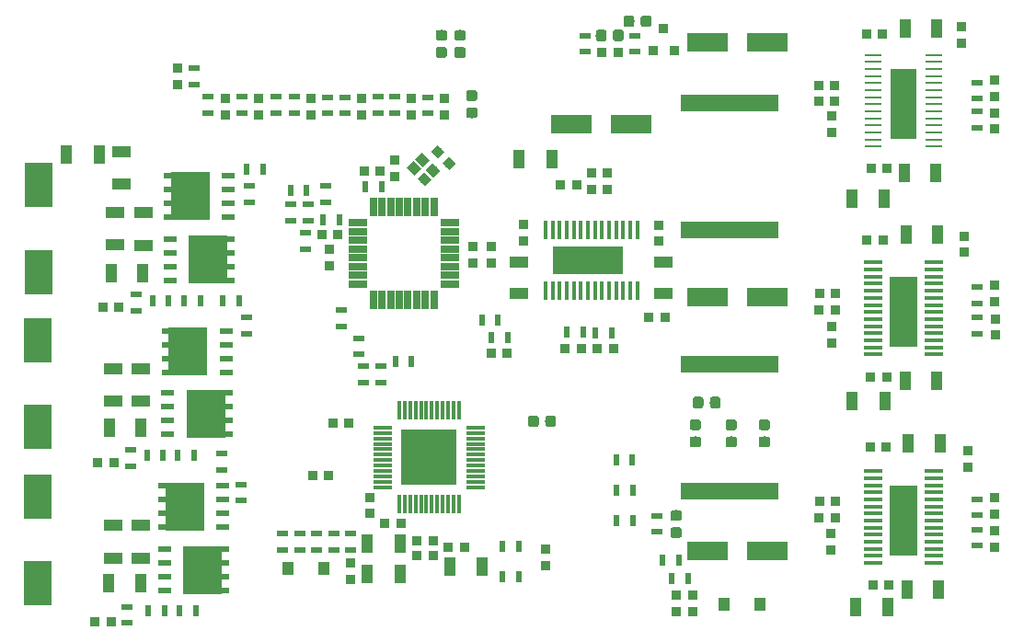
<source format=gtp>
G04 #@! TF.GenerationSoftware,KiCad,Pcbnew,(5.1.0-0)*
G04 #@! TF.CreationDate,2019-11-06T17:14:08-05:00*
G04 #@! TF.ProjectId,GrBLDC,4772424c-4443-42e6-9b69-6361645f7063,rev?*
G04 #@! TF.SameCoordinates,PX5a7646cPY8128a60*
G04 #@! TF.FileFunction,Paste,Top*
G04 #@! TF.FilePolarity,Positive*
%FSLAX46Y46*%
G04 Gerber Fmt 4.6, Leading zero omitted, Abs format (unit mm)*
G04 Created by KiCad (PCBNEW (5.1.0-0)) date 2019-11-06 17:14:08*
%MOMM*%
%LPD*%
G04 APERTURE LIST*
%ADD10R,1.701600X0.401600*%
%ADD11R,2.501600X6.561600*%
%ADD12R,0.851600X0.901600*%
%ADD13R,9.101600X1.501600*%
%ADD14C,0.150000*%
%ADD15C,0.976600*%
%ADD16R,1.701600X1.101600*%
%ADD17R,0.901600X0.851600*%
%ADD18R,1.101600X1.701600*%
%ADD19R,2.501900X4.102100*%
%ADD20R,0.601600X1.001600*%
%ADD21R,1.001600X0.601600*%
%ADD22R,1.549200X0.249200*%
%ADD23R,2.349200X6.409200*%
%ADD24R,0.401600X1.701600*%
%ADD25R,6.561600X2.501600*%
%ADD26R,1.181600X0.551600*%
%ADD27R,0.751600X0.551600*%
%ADD28R,3.641600X4.361600*%
%ADD29R,1.001600X1.801600*%
%ADD30R,3.700780X1.701800*%
%ADD31R,1.701600X0.651600*%
%ADD32R,0.651600X1.701600*%
%ADD33C,0.901600*%
%ADD34C,0.851600*%
%ADD35R,0.901700X0.901700*%
%ADD36R,1.801600X1.001600*%
%ADD37R,0.401600X1.801600*%
%ADD38R,1.801600X0.401600*%
%ADD39R,5.101600X5.101600*%
%ADD40R,1.001600X1.301600*%
G04 APERTURE END LIST*
D10*
X88730900Y30175200D03*
X88730900Y30825200D03*
X88730900Y31475200D03*
X88730900Y32125200D03*
X83130900Y28225200D03*
X88730900Y28225200D03*
X88730900Y28875200D03*
X88730900Y29525200D03*
X83130900Y32775200D03*
X83130900Y32125200D03*
X83130900Y31475200D03*
X83130900Y30825200D03*
X83130900Y30175200D03*
X83130900Y29525200D03*
X88730900Y32775200D03*
X83130900Y28875200D03*
X88730900Y27575200D03*
X88730900Y33425200D03*
X83130900Y33425200D03*
X83130900Y27575200D03*
X88730900Y26925200D03*
X88730900Y34075200D03*
X83130900Y34075200D03*
X83130900Y26925200D03*
X88730900Y26275200D03*
X88730900Y34725200D03*
X83130900Y34725200D03*
X83130900Y26275200D03*
D11*
X85930900Y30175200D03*
D12*
X43688000Y49797400D03*
X43688000Y48297400D03*
D13*
X69976500Y25349500D03*
X69976500Y13639500D03*
D12*
X53030000Y8360000D03*
X53030000Y6860000D03*
D14*
G36*
X73457581Y20280124D02*
G01*
X73481281Y20276609D01*
X73504523Y20270787D01*
X73527082Y20262715D01*
X73548742Y20252471D01*
X73569292Y20240153D01*
X73588537Y20225881D01*
X73606290Y20209790D01*
X73622381Y20192037D01*
X73636653Y20172792D01*
X73648971Y20152242D01*
X73659215Y20130582D01*
X73667287Y20108023D01*
X73673109Y20084781D01*
X73676624Y20061081D01*
X73677800Y20037150D01*
X73677800Y19548850D01*
X73676624Y19524919D01*
X73673109Y19501219D01*
X73667287Y19477977D01*
X73659215Y19455418D01*
X73648971Y19433758D01*
X73636653Y19413208D01*
X73622381Y19393963D01*
X73606290Y19376210D01*
X73588537Y19360119D01*
X73569292Y19345847D01*
X73548742Y19333529D01*
X73527082Y19323285D01*
X73504523Y19315213D01*
X73481281Y19309391D01*
X73457581Y19305876D01*
X73433650Y19304700D01*
X72870350Y19304700D01*
X72846419Y19305876D01*
X72822719Y19309391D01*
X72799477Y19315213D01*
X72776918Y19323285D01*
X72755258Y19333529D01*
X72734708Y19345847D01*
X72715463Y19360119D01*
X72697710Y19376210D01*
X72681619Y19393963D01*
X72667347Y19413208D01*
X72655029Y19433758D01*
X72644785Y19455418D01*
X72636713Y19477977D01*
X72630891Y19501219D01*
X72627376Y19524919D01*
X72626200Y19548850D01*
X72626200Y20037150D01*
X72627376Y20061081D01*
X72630891Y20084781D01*
X72636713Y20108023D01*
X72644785Y20130582D01*
X72655029Y20152242D01*
X72667347Y20172792D01*
X72681619Y20192037D01*
X72697710Y20209790D01*
X72715463Y20225881D01*
X72734708Y20240153D01*
X72755258Y20252471D01*
X72776918Y20262715D01*
X72799477Y20270787D01*
X72822719Y20276609D01*
X72846419Y20280124D01*
X72870350Y20281300D01*
X73433650Y20281300D01*
X73457581Y20280124D01*
X73457581Y20280124D01*
G37*
D15*
X73152000Y19793000D03*
D14*
G36*
X73457581Y18705124D02*
G01*
X73481281Y18701609D01*
X73504523Y18695787D01*
X73527082Y18687715D01*
X73548742Y18677471D01*
X73569292Y18665153D01*
X73588537Y18650881D01*
X73606290Y18634790D01*
X73622381Y18617037D01*
X73636653Y18597792D01*
X73648971Y18577242D01*
X73659215Y18555582D01*
X73667287Y18533023D01*
X73673109Y18509781D01*
X73676624Y18486081D01*
X73677800Y18462150D01*
X73677800Y17973850D01*
X73676624Y17949919D01*
X73673109Y17926219D01*
X73667287Y17902977D01*
X73659215Y17880418D01*
X73648971Y17858758D01*
X73636653Y17838208D01*
X73622381Y17818963D01*
X73606290Y17801210D01*
X73588537Y17785119D01*
X73569292Y17770847D01*
X73548742Y17758529D01*
X73527082Y17748285D01*
X73504523Y17740213D01*
X73481281Y17734391D01*
X73457581Y17730876D01*
X73433650Y17729700D01*
X72870350Y17729700D01*
X72846419Y17730876D01*
X72822719Y17734391D01*
X72799477Y17740213D01*
X72776918Y17748285D01*
X72755258Y17758529D01*
X72734708Y17770847D01*
X72715463Y17785119D01*
X72697710Y17801210D01*
X72681619Y17818963D01*
X72667347Y17838208D01*
X72655029Y17858758D01*
X72644785Y17880418D01*
X72636713Y17902977D01*
X72630891Y17926219D01*
X72627376Y17949919D01*
X72626200Y17973850D01*
X72626200Y18462150D01*
X72627376Y18486081D01*
X72630891Y18509781D01*
X72636713Y18533023D01*
X72644785Y18555582D01*
X72655029Y18577242D01*
X72667347Y18597792D01*
X72681619Y18617037D01*
X72697710Y18634790D01*
X72715463Y18650881D01*
X72734708Y18665153D01*
X72755258Y18677471D01*
X72776918Y18687715D01*
X72799477Y18695787D01*
X72822719Y18701609D01*
X72846419Y18705124D01*
X72870350Y18706300D01*
X73433650Y18706300D01*
X73457581Y18705124D01*
X73457581Y18705124D01*
G37*
D15*
X73152000Y18218000D03*
D14*
G36*
X70409581Y20272624D02*
G01*
X70433281Y20269109D01*
X70456523Y20263287D01*
X70479082Y20255215D01*
X70500742Y20244971D01*
X70521292Y20232653D01*
X70540537Y20218381D01*
X70558290Y20202290D01*
X70574381Y20184537D01*
X70588653Y20165292D01*
X70600971Y20144742D01*
X70611215Y20123082D01*
X70619287Y20100523D01*
X70625109Y20077281D01*
X70628624Y20053581D01*
X70629800Y20029650D01*
X70629800Y19541350D01*
X70628624Y19517419D01*
X70625109Y19493719D01*
X70619287Y19470477D01*
X70611215Y19447918D01*
X70600971Y19426258D01*
X70588653Y19405708D01*
X70574381Y19386463D01*
X70558290Y19368710D01*
X70540537Y19352619D01*
X70521292Y19338347D01*
X70500742Y19326029D01*
X70479082Y19315785D01*
X70456523Y19307713D01*
X70433281Y19301891D01*
X70409581Y19298376D01*
X70385650Y19297200D01*
X69822350Y19297200D01*
X69798419Y19298376D01*
X69774719Y19301891D01*
X69751477Y19307713D01*
X69728918Y19315785D01*
X69707258Y19326029D01*
X69686708Y19338347D01*
X69667463Y19352619D01*
X69649710Y19368710D01*
X69633619Y19386463D01*
X69619347Y19405708D01*
X69607029Y19426258D01*
X69596785Y19447918D01*
X69588713Y19470477D01*
X69582891Y19493719D01*
X69579376Y19517419D01*
X69578200Y19541350D01*
X69578200Y20029650D01*
X69579376Y20053581D01*
X69582891Y20077281D01*
X69588713Y20100523D01*
X69596785Y20123082D01*
X69607029Y20144742D01*
X69619347Y20165292D01*
X69633619Y20184537D01*
X69649710Y20202290D01*
X69667463Y20218381D01*
X69686708Y20232653D01*
X69707258Y20244971D01*
X69728918Y20255215D01*
X69751477Y20263287D01*
X69774719Y20269109D01*
X69798419Y20272624D01*
X69822350Y20273800D01*
X70385650Y20273800D01*
X70409581Y20272624D01*
X70409581Y20272624D01*
G37*
D15*
X70104000Y19785500D03*
D14*
G36*
X70409581Y18697624D02*
G01*
X70433281Y18694109D01*
X70456523Y18688287D01*
X70479082Y18680215D01*
X70500742Y18669971D01*
X70521292Y18657653D01*
X70540537Y18643381D01*
X70558290Y18627290D01*
X70574381Y18609537D01*
X70588653Y18590292D01*
X70600971Y18569742D01*
X70611215Y18548082D01*
X70619287Y18525523D01*
X70625109Y18502281D01*
X70628624Y18478581D01*
X70629800Y18454650D01*
X70629800Y17966350D01*
X70628624Y17942419D01*
X70625109Y17918719D01*
X70619287Y17895477D01*
X70611215Y17872918D01*
X70600971Y17851258D01*
X70588653Y17830708D01*
X70574381Y17811463D01*
X70558290Y17793710D01*
X70540537Y17777619D01*
X70521292Y17763347D01*
X70500742Y17751029D01*
X70479082Y17740785D01*
X70456523Y17732713D01*
X70433281Y17726891D01*
X70409581Y17723376D01*
X70385650Y17722200D01*
X69822350Y17722200D01*
X69798419Y17723376D01*
X69774719Y17726891D01*
X69751477Y17732713D01*
X69728918Y17740785D01*
X69707258Y17751029D01*
X69686708Y17763347D01*
X69667463Y17777619D01*
X69649710Y17793710D01*
X69633619Y17811463D01*
X69619347Y17830708D01*
X69607029Y17851258D01*
X69596785Y17872918D01*
X69588713Y17895477D01*
X69582891Y17918719D01*
X69579376Y17942419D01*
X69578200Y17966350D01*
X69578200Y18454650D01*
X69579376Y18478581D01*
X69582891Y18502281D01*
X69588713Y18525523D01*
X69596785Y18548082D01*
X69607029Y18569742D01*
X69619347Y18590292D01*
X69633619Y18609537D01*
X69649710Y18627290D01*
X69667463Y18643381D01*
X69686708Y18657653D01*
X69707258Y18669971D01*
X69728918Y18680215D01*
X69751477Y18688287D01*
X69774719Y18694109D01*
X69798419Y18697624D01*
X69822350Y18698800D01*
X70385650Y18698800D01*
X70409581Y18697624D01*
X70409581Y18697624D01*
G37*
D15*
X70104000Y18210500D03*
D14*
G36*
X67107581Y18705124D02*
G01*
X67131281Y18701609D01*
X67154523Y18695787D01*
X67177082Y18687715D01*
X67198742Y18677471D01*
X67219292Y18665153D01*
X67238537Y18650881D01*
X67256290Y18634790D01*
X67272381Y18617037D01*
X67286653Y18597792D01*
X67298971Y18577242D01*
X67309215Y18555582D01*
X67317287Y18533023D01*
X67323109Y18509781D01*
X67326624Y18486081D01*
X67327800Y18462150D01*
X67327800Y17973850D01*
X67326624Y17949919D01*
X67323109Y17926219D01*
X67317287Y17902977D01*
X67309215Y17880418D01*
X67298971Y17858758D01*
X67286653Y17838208D01*
X67272381Y17818963D01*
X67256290Y17801210D01*
X67238537Y17785119D01*
X67219292Y17770847D01*
X67198742Y17758529D01*
X67177082Y17748285D01*
X67154523Y17740213D01*
X67131281Y17734391D01*
X67107581Y17730876D01*
X67083650Y17729700D01*
X66520350Y17729700D01*
X66496419Y17730876D01*
X66472719Y17734391D01*
X66449477Y17740213D01*
X66426918Y17748285D01*
X66405258Y17758529D01*
X66384708Y17770847D01*
X66365463Y17785119D01*
X66347710Y17801210D01*
X66331619Y17818963D01*
X66317347Y17838208D01*
X66305029Y17858758D01*
X66294785Y17880418D01*
X66286713Y17902977D01*
X66280891Y17926219D01*
X66277376Y17949919D01*
X66276200Y17973850D01*
X66276200Y18462150D01*
X66277376Y18486081D01*
X66280891Y18509781D01*
X66286713Y18533023D01*
X66294785Y18555582D01*
X66305029Y18577242D01*
X66317347Y18597792D01*
X66331619Y18617037D01*
X66347710Y18634790D01*
X66365463Y18650881D01*
X66384708Y18665153D01*
X66405258Y18677471D01*
X66426918Y18687715D01*
X66449477Y18695787D01*
X66472719Y18701609D01*
X66496419Y18705124D01*
X66520350Y18706300D01*
X67083650Y18706300D01*
X67107581Y18705124D01*
X67107581Y18705124D01*
G37*
D15*
X66802000Y18218000D03*
D14*
G36*
X67107581Y20280124D02*
G01*
X67131281Y20276609D01*
X67154523Y20270787D01*
X67177082Y20262715D01*
X67198742Y20252471D01*
X67219292Y20240153D01*
X67238537Y20225881D01*
X67256290Y20209790D01*
X67272381Y20192037D01*
X67286653Y20172792D01*
X67298971Y20152242D01*
X67309215Y20130582D01*
X67317287Y20108023D01*
X67323109Y20084781D01*
X67326624Y20061081D01*
X67327800Y20037150D01*
X67327800Y19548850D01*
X67326624Y19524919D01*
X67323109Y19501219D01*
X67317287Y19477977D01*
X67309215Y19455418D01*
X67298971Y19433758D01*
X67286653Y19413208D01*
X67272381Y19393963D01*
X67256290Y19376210D01*
X67238537Y19360119D01*
X67219292Y19345847D01*
X67198742Y19333529D01*
X67177082Y19323285D01*
X67154523Y19315213D01*
X67131281Y19309391D01*
X67107581Y19305876D01*
X67083650Y19304700D01*
X66520350Y19304700D01*
X66496419Y19305876D01*
X66472719Y19309391D01*
X66449477Y19315213D01*
X66426918Y19323285D01*
X66405258Y19333529D01*
X66384708Y19345847D01*
X66365463Y19360119D01*
X66347710Y19376210D01*
X66331619Y19393963D01*
X66317347Y19413208D01*
X66305029Y19433758D01*
X66294785Y19455418D01*
X66286713Y19477977D01*
X66280891Y19501219D01*
X66277376Y19524919D01*
X66276200Y19548850D01*
X66276200Y20037150D01*
X66277376Y20061081D01*
X66280891Y20084781D01*
X66286713Y20108023D01*
X66294785Y20130582D01*
X66305029Y20152242D01*
X66317347Y20172792D01*
X66331619Y20192037D01*
X66347710Y20209790D01*
X66365463Y20225881D01*
X66384708Y20240153D01*
X66405258Y20252471D01*
X66426918Y20262715D01*
X66449477Y20270787D01*
X66472719Y20276609D01*
X66496419Y20280124D01*
X66520350Y20281300D01*
X67083650Y20281300D01*
X67107581Y20280124D01*
X67107581Y20280124D01*
G37*
D15*
X66802000Y19793000D03*
D12*
X35110000Y5540000D03*
X35110000Y7040000D03*
D16*
X13271500Y24969600D03*
X13271500Y21969600D03*
D17*
X41160000Y7747000D03*
X42660000Y7747000D03*
X49500000Y26340000D03*
X48000000Y26340000D03*
D12*
X91300300Y54952200D03*
X91300300Y56452200D03*
X91528900Y35660900D03*
X91528900Y37160900D03*
X91871800Y15912400D03*
X91871800Y17412400D03*
D17*
X62539180Y29654500D03*
X64039180Y29654500D03*
D12*
X94315280Y46999460D03*
X94315280Y48499460D03*
X94404180Y28053600D03*
X94404180Y29553600D03*
X94338140Y8541320D03*
X94338140Y10041320D03*
D17*
X54830280Y26771600D03*
X56330280Y26771600D03*
D12*
X94315280Y51496660D03*
X94315280Y49996660D03*
X94378780Y32627000D03*
X94378780Y31127000D03*
X94338140Y13102020D03*
X94338140Y11602020D03*
D17*
X59302080Y26771600D03*
X57802080Y26771600D03*
X79629700Y51041300D03*
X78129700Y51041300D03*
X79713520Y31884620D03*
X78213520Y31884620D03*
X79721140Y12786360D03*
X78221140Y12786360D03*
D12*
X58717180Y41477500D03*
X58717180Y42977500D03*
D17*
X79642400Y49618900D03*
X78142400Y49618900D03*
D12*
X79324200Y48184500D03*
X79324200Y46684500D03*
D17*
X79700820Y30360620D03*
X78200820Y30360620D03*
D12*
X79395320Y28850020D03*
X79395320Y27350020D03*
D17*
X79708440Y11198860D03*
X78208440Y11198860D03*
D12*
X79291180Y9767000D03*
X79291180Y8267000D03*
X57269380Y41477500D03*
X57269380Y42977500D03*
D17*
X55885780Y41871900D03*
X54385780Y41871900D03*
X82536600Y55778400D03*
X84036600Y55778400D03*
X82920140Y24218900D03*
X84420140Y24218900D03*
X82892200Y17716500D03*
X84392200Y17716500D03*
D12*
X51033680Y38215000D03*
X51033680Y36715000D03*
X36080700Y49810100D03*
X36080700Y48310100D03*
X26631900Y49822800D03*
X26631900Y48322800D03*
X40690800Y49822800D03*
X40690800Y48322800D03*
X31450000Y49820000D03*
X31450000Y48320000D03*
X23558500Y48322800D03*
X23558500Y49822800D03*
D17*
X82574700Y36804600D03*
X84074700Y36804600D03*
X83146200Y5016500D03*
X84646200Y5016500D03*
D12*
X63466980Y38176900D03*
X63466980Y36676900D03*
D17*
X39741540Y10749280D03*
X38241540Y10749280D03*
D18*
X39638100Y8859520D03*
X36638100Y8859520D03*
D12*
X36890000Y13120000D03*
X36890000Y11620000D03*
D17*
X33430000Y19930000D03*
X34930000Y19930000D03*
X33070000Y15150000D03*
X31570000Y15150000D03*
D12*
X65020000Y2620000D03*
X65020000Y4120000D03*
D18*
X36640000Y6050000D03*
X39640000Y6050000D03*
D12*
X66560000Y2630000D03*
X66560000Y4130000D03*
D19*
X6362700Y41846500D03*
X6362700Y33845500D03*
D18*
X81258280Y21996400D03*
X84258280Y21996400D03*
D16*
X15760700Y24969600D03*
X15760700Y21969600D03*
X13220700Y10542400D03*
X13220700Y7542400D03*
D19*
X6311900Y27571700D03*
X6311900Y19570700D03*
D16*
X16014700Y39295200D03*
X16014700Y36295200D03*
X13373100Y39346000D03*
X13373100Y36346000D03*
D19*
X6311900Y13195300D03*
X6311900Y5194300D03*
D18*
X50587780Y44234100D03*
X53587780Y44234100D03*
D16*
X15760700Y10542400D03*
X15760700Y7542400D03*
D17*
X82968400Y43370500D03*
X84468400Y43370500D03*
X59678000Y54102000D03*
X58178000Y54102000D03*
X41160000Y9144000D03*
X42660000Y9144000D03*
D20*
X47140000Y29390000D03*
X48640000Y29390000D03*
X49510000Y27850000D03*
X48010000Y27850000D03*
D21*
X92692220Y47141700D03*
X92692220Y48641700D03*
X92753180Y28180600D03*
X92753180Y29680600D03*
X92710000Y8655620D03*
X92710000Y10155620D03*
D20*
X54976330Y28301950D03*
X56476330Y28301950D03*
D21*
X92692220Y51296000D03*
X92692220Y49796000D03*
X92765880Y32474600D03*
X92765880Y30974600D03*
X92710000Y12959780D03*
X92710000Y11459780D03*
D20*
X59136980Y28282900D03*
X57636980Y28282900D03*
D21*
X61214000Y54114000D03*
X61214000Y55614000D03*
X56642000Y55614000D03*
X56642000Y54114000D03*
X32994600Y48437100D03*
X32994600Y49937100D03*
X42202100Y48449800D03*
X42202100Y49949800D03*
X34607500Y48449800D03*
X34607500Y49949800D03*
X25082500Y48475200D03*
X25082500Y49975200D03*
D20*
X61020000Y16520000D03*
X59520000Y16520000D03*
D21*
X39179500Y49975200D03*
X39179500Y48475200D03*
X29883100Y49975200D03*
X29883100Y48475200D03*
X21932900Y50000600D03*
X21932900Y48500600D03*
D20*
X61032000Y13726000D03*
X59532000Y13726000D03*
X61044000Y10932000D03*
X59544000Y10932000D03*
D21*
X37579300Y49975200D03*
X37579300Y48475200D03*
X28257500Y49975200D03*
X28257500Y48475200D03*
X20700000Y51130000D03*
X20700000Y52630000D03*
X23253700Y17133000D03*
X23253700Y15633000D03*
X25010000Y12800000D03*
X25010000Y14300000D03*
D20*
X20828700Y2641600D03*
X19328700Y2641600D03*
X64640000Y5660000D03*
X66140000Y5660000D03*
X17983900Y2641600D03*
X16483900Y2641600D03*
X23316500Y31191200D03*
X24816500Y31191200D03*
D21*
X25539700Y28155200D03*
X25539700Y29655200D03*
D20*
X20676300Y17018000D03*
X19176300Y17018000D03*
X21285900Y31242000D03*
X19785900Y31242000D03*
X27013600Y43294300D03*
X25513600Y43294300D03*
D21*
X25793700Y40258300D03*
X25793700Y41758300D03*
D20*
X17831500Y17018000D03*
X16331500Y17018000D03*
X18339500Y31242000D03*
X16839500Y31242000D03*
X65290000Y7340000D03*
X63790000Y7340000D03*
D21*
X63246000Y9930000D03*
X63246000Y11430000D03*
D22*
X88728200Y49301400D03*
X88728200Y49951400D03*
X88728200Y50601400D03*
X88728200Y51251400D03*
X83128200Y47351400D03*
X88728200Y47351400D03*
X88728200Y48001400D03*
X88728200Y48651400D03*
X83128200Y51901400D03*
X83128200Y51251400D03*
X83128200Y50601400D03*
X83128200Y49951400D03*
X83128200Y49301400D03*
X83128200Y48651400D03*
X88728200Y51901400D03*
X83128200Y48001400D03*
X88728200Y46701400D03*
X88728200Y52551400D03*
X83128200Y52551400D03*
X83128200Y46701400D03*
X88728200Y46051400D03*
X88728200Y53201400D03*
X83128200Y53201400D03*
X83128200Y46051400D03*
X88728200Y45401400D03*
X88728200Y53851400D03*
X83128200Y53851400D03*
X83128200Y45401400D03*
D23*
X85928200Y49301400D03*
D10*
X88725800Y10972800D03*
X88725800Y11622800D03*
X88725800Y12272800D03*
X88725800Y12922800D03*
X83125800Y9022800D03*
X88725800Y9022800D03*
X88725800Y9672800D03*
X88725800Y10322800D03*
X83125800Y13572800D03*
X83125800Y12922800D03*
X83125800Y12272800D03*
X83125800Y11622800D03*
X83125800Y10972800D03*
X83125800Y10322800D03*
X88725800Y13572800D03*
X83125800Y9672800D03*
X88725800Y8372800D03*
X88725800Y14222800D03*
X83125800Y14222800D03*
X83125800Y8372800D03*
X88725800Y7722800D03*
X88725800Y14872800D03*
X83125800Y14872800D03*
X83125800Y7722800D03*
X88725800Y7072800D03*
X88725800Y15522800D03*
X83125800Y15522800D03*
X83125800Y7072800D03*
D11*
X85925800Y10972800D03*
D24*
X56913780Y32163100D03*
X57563780Y32163100D03*
X58213780Y32163100D03*
X58863780Y32163100D03*
X54963780Y37763100D03*
X54963780Y32163100D03*
X55613780Y32163100D03*
X56263780Y32163100D03*
X59513780Y37763100D03*
X58863780Y37763100D03*
X58213780Y37763100D03*
X57563780Y37763100D03*
X56913780Y37763100D03*
X56263780Y37763100D03*
X59513780Y32163100D03*
X55613780Y37763100D03*
X54313780Y32163100D03*
X60163780Y32163100D03*
X60163780Y37763100D03*
X54313780Y37763100D03*
X53663780Y32163100D03*
X60813780Y32163100D03*
X60813780Y37763100D03*
X53663780Y37763100D03*
X53013780Y32163100D03*
X61463780Y32163100D03*
X61463780Y37763100D03*
X53013780Y37763100D03*
D25*
X56913780Y34963100D03*
D26*
X23339100Y10337800D03*
X23339100Y11607800D03*
X23339100Y12877800D03*
D27*
X17699100Y11607800D03*
X17699100Y12877800D03*
X17699100Y14147800D03*
D26*
X23339100Y14147800D03*
D28*
X19794100Y12242800D03*
D27*
X17699100Y10337800D03*
D26*
X17935900Y8305800D03*
X17935900Y7035800D03*
X17935900Y5765800D03*
D27*
X23575900Y7035800D03*
X23575900Y5765800D03*
X23575900Y4495800D03*
D26*
X17935900Y4495800D03*
D28*
X21480900Y6400800D03*
D27*
X23575900Y8305800D03*
D26*
X23669300Y24612600D03*
X23669300Y25882600D03*
X23669300Y27152600D03*
D27*
X18029300Y25882600D03*
X18029300Y27152600D03*
X18029300Y28422600D03*
D26*
X23669300Y28422600D03*
D28*
X20124300Y26517600D03*
D27*
X18029300Y24612600D03*
D26*
X18240700Y22733000D03*
X18240700Y21463000D03*
X18240700Y20193000D03*
D27*
X23880700Y21463000D03*
X23880700Y20193000D03*
X23880700Y18923000D03*
D26*
X18240700Y18923000D03*
D28*
X21785700Y20828000D03*
D27*
X23880700Y22733000D03*
D26*
X23847100Y38938200D03*
X23847100Y40208200D03*
X23847100Y41478200D03*
D27*
X18207100Y40208200D03*
X18207100Y41478200D03*
X18207100Y42748200D03*
D26*
X23847100Y42748200D03*
D28*
X20302100Y40843200D03*
D27*
X18207100Y38938200D03*
D26*
X18443900Y36906200D03*
X18443900Y35636200D03*
X18443900Y34366200D03*
D27*
X24083900Y35636200D03*
X24083900Y34366200D03*
X24083900Y33096200D03*
D26*
X18443900Y33096200D03*
D28*
X21988900Y35001200D03*
D27*
X24083900Y36906200D03*
D29*
X12837500Y5181600D03*
X15737500Y5181600D03*
X12888300Y19558000D03*
X15788300Y19558000D03*
X13040700Y33782000D03*
X15940700Y33782000D03*
D18*
X8938000Y44704000D03*
X11938000Y44704000D03*
D16*
X13970000Y41934000D03*
X13970000Y44934000D03*
D30*
X73439020Y54991000D03*
X67937380Y54991000D03*
X73426320Y31521400D03*
X67924680Y31521400D03*
X73426320Y8204200D03*
X67924680Y8204200D03*
X60934600Y47434500D03*
X55432960Y47434500D03*
D13*
X69976500Y49428700D03*
X69976500Y37718700D03*
D18*
X81537680Y2997200D03*
X84537680Y2997200D03*
X81215100Y40614600D03*
X84215100Y40614600D03*
D20*
X50534000Y8636000D03*
X49034000Y8636000D03*
X50534000Y5842000D03*
X49034000Y5842000D03*
D12*
X19180000Y51120000D03*
X19180000Y52620000D03*
D31*
X44211820Y32762540D03*
X44211820Y33562540D03*
X44211820Y34362540D03*
X44211820Y35162540D03*
X44211820Y35962540D03*
X44211820Y36762540D03*
X44211820Y37562540D03*
X44211820Y38362540D03*
D32*
X42761820Y39812540D03*
X41961820Y39812540D03*
X41161820Y39812540D03*
X40361820Y39812540D03*
X39561820Y39812540D03*
X38761820Y39812540D03*
X37961820Y39812540D03*
X37161820Y39812540D03*
D31*
X35711820Y38362540D03*
X35711820Y37562540D03*
X35711820Y36762540D03*
X35711820Y35962540D03*
X35711820Y35162540D03*
X35711820Y34362540D03*
X35711820Y33562540D03*
X35711820Y32762540D03*
D32*
X37161820Y31312540D03*
X37961820Y31312540D03*
X38761820Y31312540D03*
X39561820Y31312540D03*
X40361820Y31312540D03*
X41161820Y31312540D03*
X41961820Y31312540D03*
X42761820Y31312540D03*
D33*
X42666883Y43200934D03*
D14*
G36*
X43339766Y43165579D02*
G01*
X42702238Y42528051D01*
X41994000Y43236289D01*
X42631528Y43873817D01*
X43339766Y43165579D01*
X43339766Y43165579D01*
G37*
D33*
X41676934Y44190883D03*
D14*
G36*
X42349817Y44155528D02*
G01*
X41712289Y43518000D01*
X41004051Y44226238D01*
X41641579Y44863766D01*
X42349817Y44155528D01*
X42349817Y44155528D01*
G37*
D33*
X40899117Y43413066D03*
D14*
G36*
X41572000Y43377711D02*
G01*
X40934472Y42740183D01*
X40226234Y43448421D01*
X40863762Y44085949D01*
X41572000Y43377711D01*
X41572000Y43377711D01*
G37*
D33*
X41889066Y42423117D03*
D14*
G36*
X42561949Y42387762D02*
G01*
X41924421Y41750234D01*
X41216183Y42458472D01*
X41853711Y43096000D01*
X42561949Y42387762D01*
X42561949Y42387762D01*
G37*
D17*
X11540000Y1630000D03*
X13040000Y1630000D03*
X11820000Y16320000D03*
X13320000Y16320000D03*
X12270040Y30573980D03*
X13770040Y30573980D03*
D21*
X34230000Y28850000D03*
X34230000Y30350000D03*
X32800000Y41770000D03*
X32800000Y40270000D03*
X31940000Y9770000D03*
X31940000Y8270000D03*
X30380000Y9770000D03*
X30380000Y8270000D03*
D20*
X40690000Y25600000D03*
X39190000Y25600000D03*
D21*
X35850000Y27770000D03*
X35850000Y26270000D03*
X29610000Y38590000D03*
X29610000Y40090000D03*
D20*
X29540000Y41330000D03*
X31040000Y41330000D03*
D21*
X33520000Y8290000D03*
X33520000Y9790000D03*
X37860000Y25200000D03*
X37860000Y23700000D03*
X31180000Y38580000D03*
X31180000Y40080000D03*
X14500000Y3050000D03*
X14500000Y1550000D03*
X35080000Y9790000D03*
X35080000Y8290000D03*
X14840000Y17490000D03*
X14840000Y15990000D03*
X36230000Y23690000D03*
X36230000Y25190000D03*
X15318740Y31768480D03*
X15318740Y30268480D03*
X30950000Y35930000D03*
X30950000Y37430000D03*
D34*
X44154830Y43856170D03*
D14*
G36*
X43534980Y43873848D02*
G01*
X44137152Y44476020D01*
X44774680Y43838492D01*
X44172508Y43236320D01*
X43534980Y43873848D01*
X43534980Y43873848D01*
G37*
D34*
X43094170Y44916830D03*
D14*
G36*
X42474320Y44934508D02*
G01*
X43076492Y45536680D01*
X43714020Y44899152D01*
X43111848Y44296980D01*
X42474320Y44934508D01*
X42474320Y44934508D01*
G37*
D12*
X39160000Y44130000D03*
X39160000Y42630000D03*
D17*
X32410000Y37270000D03*
X33910000Y37270000D03*
D12*
X33150000Y34410000D03*
X33150000Y35910000D03*
X46367700Y36175380D03*
X46367700Y34675380D03*
X47993300Y36195700D03*
X47993300Y34695700D03*
D17*
X36310000Y43120000D03*
X37810000Y43120000D03*
X45581000Y8509000D03*
X44081000Y8509000D03*
D18*
X44220000Y6731000D03*
X47220000Y6731000D03*
D35*
X62950000Y54250000D03*
X64850000Y54250000D03*
X63900000Y56248980D03*
D29*
X89003800Y56273700D03*
X86103800Y56273700D03*
X89092700Y37287200D03*
X86192700Y37287200D03*
X89308600Y18097500D03*
X86408600Y18097500D03*
D36*
X63898780Y31849400D03*
X63898780Y34749400D03*
D29*
X88953000Y42951400D03*
X86053000Y42951400D03*
X89029200Y23799800D03*
X86129200Y23799800D03*
X89214620Y4597400D03*
X86314620Y4597400D03*
D36*
X50601880Y31900200D03*
X50601880Y34800200D03*
D20*
X36460000Y41700000D03*
X37960000Y41700000D03*
X32560000Y38690000D03*
X34060000Y38690000D03*
D21*
X28810000Y8260000D03*
X28810000Y9760000D03*
D14*
G36*
X65335581Y10352124D02*
G01*
X65359281Y10348609D01*
X65382523Y10342787D01*
X65405082Y10334715D01*
X65426742Y10324471D01*
X65447292Y10312153D01*
X65466537Y10297881D01*
X65484290Y10281790D01*
X65500381Y10264037D01*
X65514653Y10244792D01*
X65526971Y10224242D01*
X65537215Y10202582D01*
X65545287Y10180023D01*
X65551109Y10156781D01*
X65554624Y10133081D01*
X65555800Y10109150D01*
X65555800Y9620850D01*
X65554624Y9596919D01*
X65551109Y9573219D01*
X65545287Y9549977D01*
X65537215Y9527418D01*
X65526971Y9505758D01*
X65514653Y9485208D01*
X65500381Y9465963D01*
X65484290Y9448210D01*
X65466537Y9432119D01*
X65447292Y9417847D01*
X65426742Y9405529D01*
X65405082Y9395285D01*
X65382523Y9387213D01*
X65359281Y9381391D01*
X65335581Y9377876D01*
X65311650Y9376700D01*
X64748350Y9376700D01*
X64724419Y9377876D01*
X64700719Y9381391D01*
X64677477Y9387213D01*
X64654918Y9395285D01*
X64633258Y9405529D01*
X64612708Y9417847D01*
X64593463Y9432119D01*
X64575710Y9448210D01*
X64559619Y9465963D01*
X64545347Y9485208D01*
X64533029Y9505758D01*
X64522785Y9527418D01*
X64514713Y9549977D01*
X64508891Y9573219D01*
X64505376Y9596919D01*
X64504200Y9620850D01*
X64504200Y10109150D01*
X64505376Y10133081D01*
X64508891Y10156781D01*
X64514713Y10180023D01*
X64522785Y10202582D01*
X64533029Y10224242D01*
X64545347Y10244792D01*
X64559619Y10264037D01*
X64575710Y10281790D01*
X64593463Y10297881D01*
X64612708Y10312153D01*
X64633258Y10324471D01*
X64654918Y10334715D01*
X64677477Y10342787D01*
X64700719Y10348609D01*
X64724419Y10352124D01*
X64748350Y10353300D01*
X65311650Y10353300D01*
X65335581Y10352124D01*
X65335581Y10352124D01*
G37*
D15*
X65030000Y9865000D03*
D14*
G36*
X65335581Y11927124D02*
G01*
X65359281Y11923609D01*
X65382523Y11917787D01*
X65405082Y11909715D01*
X65426742Y11899471D01*
X65447292Y11887153D01*
X65466537Y11872881D01*
X65484290Y11856790D01*
X65500381Y11839037D01*
X65514653Y11819792D01*
X65526971Y11799242D01*
X65537215Y11777582D01*
X65545287Y11755023D01*
X65551109Y11731781D01*
X65554624Y11708081D01*
X65555800Y11684150D01*
X65555800Y11195850D01*
X65554624Y11171919D01*
X65551109Y11148219D01*
X65545287Y11124977D01*
X65537215Y11102418D01*
X65526971Y11080758D01*
X65514653Y11060208D01*
X65500381Y11040963D01*
X65484290Y11023210D01*
X65466537Y11007119D01*
X65447292Y10992847D01*
X65426742Y10980529D01*
X65405082Y10970285D01*
X65382523Y10962213D01*
X65359281Y10956391D01*
X65335581Y10952876D01*
X65311650Y10951700D01*
X64748350Y10951700D01*
X64724419Y10952876D01*
X64700719Y10956391D01*
X64677477Y10962213D01*
X64654918Y10970285D01*
X64633258Y10980529D01*
X64612708Y10992847D01*
X64593463Y11007119D01*
X64575710Y11023210D01*
X64559619Y11040963D01*
X64545347Y11060208D01*
X64533029Y11080758D01*
X64522785Y11102418D01*
X64514713Y11124977D01*
X64508891Y11148219D01*
X64505376Y11171919D01*
X64504200Y11195850D01*
X64504200Y11684150D01*
X64505376Y11708081D01*
X64508891Y11731781D01*
X64514713Y11755023D01*
X64522785Y11777582D01*
X64533029Y11799242D01*
X64545347Y11819792D01*
X64559619Y11839037D01*
X64575710Y11856790D01*
X64593463Y11872881D01*
X64612708Y11887153D01*
X64633258Y11899471D01*
X64654918Y11909715D01*
X64677477Y11917787D01*
X64700719Y11923609D01*
X64724419Y11927124D01*
X64748350Y11928300D01*
X65311650Y11928300D01*
X65335581Y11927124D01*
X65335581Y11927124D01*
G37*
D15*
X65030000Y11440000D03*
D14*
G36*
X62538081Y57454624D02*
G01*
X62561781Y57451109D01*
X62585023Y57445287D01*
X62607582Y57437215D01*
X62629242Y57426971D01*
X62649792Y57414653D01*
X62669037Y57400381D01*
X62686790Y57384290D01*
X62702881Y57366537D01*
X62717153Y57347292D01*
X62729471Y57326742D01*
X62739715Y57305082D01*
X62747787Y57282523D01*
X62753609Y57259281D01*
X62757124Y57235581D01*
X62758300Y57211650D01*
X62758300Y56648350D01*
X62757124Y56624419D01*
X62753609Y56600719D01*
X62747787Y56577477D01*
X62739715Y56554918D01*
X62729471Y56533258D01*
X62717153Y56512708D01*
X62702881Y56493463D01*
X62686790Y56475710D01*
X62669037Y56459619D01*
X62649792Y56445347D01*
X62629242Y56433029D01*
X62607582Y56422785D01*
X62585023Y56414713D01*
X62561781Y56408891D01*
X62538081Y56405376D01*
X62514150Y56404200D01*
X62025850Y56404200D01*
X62001919Y56405376D01*
X61978219Y56408891D01*
X61954977Y56414713D01*
X61932418Y56422785D01*
X61910758Y56433029D01*
X61890208Y56445347D01*
X61870963Y56459619D01*
X61853210Y56475710D01*
X61837119Y56493463D01*
X61822847Y56512708D01*
X61810529Y56533258D01*
X61800285Y56554918D01*
X61792213Y56577477D01*
X61786391Y56600719D01*
X61782876Y56624419D01*
X61781700Y56648350D01*
X61781700Y57211650D01*
X61782876Y57235581D01*
X61786391Y57259281D01*
X61792213Y57282523D01*
X61800285Y57305082D01*
X61810529Y57326742D01*
X61822847Y57347292D01*
X61837119Y57366537D01*
X61853210Y57384290D01*
X61870963Y57400381D01*
X61890208Y57414653D01*
X61910758Y57426971D01*
X61932418Y57437215D01*
X61954977Y57445287D01*
X61978219Y57451109D01*
X62001919Y57454624D01*
X62025850Y57455800D01*
X62514150Y57455800D01*
X62538081Y57454624D01*
X62538081Y57454624D01*
G37*
D15*
X62270000Y56930000D03*
D14*
G36*
X60963081Y57454624D02*
G01*
X60986781Y57451109D01*
X61010023Y57445287D01*
X61032582Y57437215D01*
X61054242Y57426971D01*
X61074792Y57414653D01*
X61094037Y57400381D01*
X61111790Y57384290D01*
X61127881Y57366537D01*
X61142153Y57347292D01*
X61154471Y57326742D01*
X61164715Y57305082D01*
X61172787Y57282523D01*
X61178609Y57259281D01*
X61182124Y57235581D01*
X61183300Y57211650D01*
X61183300Y56648350D01*
X61182124Y56624419D01*
X61178609Y56600719D01*
X61172787Y56577477D01*
X61164715Y56554918D01*
X61154471Y56533258D01*
X61142153Y56512708D01*
X61127881Y56493463D01*
X61111790Y56475710D01*
X61094037Y56459619D01*
X61074792Y56445347D01*
X61054242Y56433029D01*
X61032582Y56422785D01*
X61010023Y56414713D01*
X60986781Y56408891D01*
X60963081Y56405376D01*
X60939150Y56404200D01*
X60450850Y56404200D01*
X60426919Y56405376D01*
X60403219Y56408891D01*
X60379977Y56414713D01*
X60357418Y56422785D01*
X60335758Y56433029D01*
X60315208Y56445347D01*
X60295963Y56459619D01*
X60278210Y56475710D01*
X60262119Y56493463D01*
X60247847Y56512708D01*
X60235529Y56533258D01*
X60225285Y56554918D01*
X60217213Y56577477D01*
X60211391Y56600719D01*
X60207876Y56624419D01*
X60206700Y56648350D01*
X60206700Y57211650D01*
X60207876Y57235581D01*
X60211391Y57259281D01*
X60217213Y57282523D01*
X60225285Y57305082D01*
X60235529Y57326742D01*
X60247847Y57347292D01*
X60262119Y57366537D01*
X60278210Y57384290D01*
X60295963Y57400381D01*
X60315208Y57414653D01*
X60335758Y57426971D01*
X60357418Y57437215D01*
X60379977Y57445287D01*
X60403219Y57451109D01*
X60426919Y57454624D01*
X60450850Y57455800D01*
X60939150Y57455800D01*
X60963081Y57454624D01*
X60963081Y57454624D01*
G37*
D15*
X60695000Y56930000D03*
D14*
G36*
X67324081Y22368624D02*
G01*
X67347781Y22365109D01*
X67371023Y22359287D01*
X67393582Y22351215D01*
X67415242Y22340971D01*
X67435792Y22328653D01*
X67455037Y22314381D01*
X67472790Y22298290D01*
X67488881Y22280537D01*
X67503153Y22261292D01*
X67515471Y22240742D01*
X67525715Y22219082D01*
X67533787Y22196523D01*
X67539609Y22173281D01*
X67543124Y22149581D01*
X67544300Y22125650D01*
X67544300Y21562350D01*
X67543124Y21538419D01*
X67539609Y21514719D01*
X67533787Y21491477D01*
X67525715Y21468918D01*
X67515471Y21447258D01*
X67503153Y21426708D01*
X67488881Y21407463D01*
X67472790Y21389710D01*
X67455037Y21373619D01*
X67435792Y21359347D01*
X67415242Y21347029D01*
X67393582Y21336785D01*
X67371023Y21328713D01*
X67347781Y21322891D01*
X67324081Y21319376D01*
X67300150Y21318200D01*
X66811850Y21318200D01*
X66787919Y21319376D01*
X66764219Y21322891D01*
X66740977Y21328713D01*
X66718418Y21336785D01*
X66696758Y21347029D01*
X66676208Y21359347D01*
X66656963Y21373619D01*
X66639210Y21389710D01*
X66623119Y21407463D01*
X66608847Y21426708D01*
X66596529Y21447258D01*
X66586285Y21468918D01*
X66578213Y21491477D01*
X66572391Y21514719D01*
X66568876Y21538419D01*
X66567700Y21562350D01*
X66567700Y22125650D01*
X66568876Y22149581D01*
X66572391Y22173281D01*
X66578213Y22196523D01*
X66586285Y22219082D01*
X66596529Y22240742D01*
X66608847Y22261292D01*
X66623119Y22280537D01*
X66639210Y22298290D01*
X66656963Y22314381D01*
X66676208Y22328653D01*
X66696758Y22340971D01*
X66718418Y22351215D01*
X66740977Y22359287D01*
X66764219Y22365109D01*
X66787919Y22368624D01*
X66811850Y22369800D01*
X67300150Y22369800D01*
X67324081Y22368624D01*
X67324081Y22368624D01*
G37*
D15*
X67056000Y21844000D03*
D14*
G36*
X68899081Y22368624D02*
G01*
X68922781Y22365109D01*
X68946023Y22359287D01*
X68968582Y22351215D01*
X68990242Y22340971D01*
X69010792Y22328653D01*
X69030037Y22314381D01*
X69047790Y22298290D01*
X69063881Y22280537D01*
X69078153Y22261292D01*
X69090471Y22240742D01*
X69100715Y22219082D01*
X69108787Y22196523D01*
X69114609Y22173281D01*
X69118124Y22149581D01*
X69119300Y22125650D01*
X69119300Y21562350D01*
X69118124Y21538419D01*
X69114609Y21514719D01*
X69108787Y21491477D01*
X69100715Y21468918D01*
X69090471Y21447258D01*
X69078153Y21426708D01*
X69063881Y21407463D01*
X69047790Y21389710D01*
X69030037Y21373619D01*
X69010792Y21359347D01*
X68990242Y21347029D01*
X68968582Y21336785D01*
X68946023Y21328713D01*
X68922781Y21322891D01*
X68899081Y21319376D01*
X68875150Y21318200D01*
X68386850Y21318200D01*
X68362919Y21319376D01*
X68339219Y21322891D01*
X68315977Y21328713D01*
X68293418Y21336785D01*
X68271758Y21347029D01*
X68251208Y21359347D01*
X68231963Y21373619D01*
X68214210Y21389710D01*
X68198119Y21407463D01*
X68183847Y21426708D01*
X68171529Y21447258D01*
X68161285Y21468918D01*
X68153213Y21491477D01*
X68147391Y21514719D01*
X68143876Y21538419D01*
X68142700Y21562350D01*
X68142700Y22125650D01*
X68143876Y22149581D01*
X68147391Y22173281D01*
X68153213Y22196523D01*
X68161285Y22219082D01*
X68171529Y22240742D01*
X68183847Y22261292D01*
X68198119Y22280537D01*
X68214210Y22298290D01*
X68231963Y22314381D01*
X68251208Y22328653D01*
X68271758Y22340971D01*
X68293418Y22351215D01*
X68315977Y22359287D01*
X68339219Y22365109D01*
X68362919Y22368624D01*
X68386850Y22369800D01*
X68875150Y22369800D01*
X68899081Y22368624D01*
X68899081Y22368624D01*
G37*
D15*
X68631000Y21844000D03*
D14*
G36*
X59983581Y56150624D02*
G01*
X60007281Y56147109D01*
X60030523Y56141287D01*
X60053082Y56133215D01*
X60074742Y56122971D01*
X60095292Y56110653D01*
X60114537Y56096381D01*
X60132290Y56080290D01*
X60148381Y56062537D01*
X60162653Y56043292D01*
X60174971Y56022742D01*
X60185215Y56001082D01*
X60193287Y55978523D01*
X60199109Y55955281D01*
X60202624Y55931581D01*
X60203800Y55907650D01*
X60203800Y55344350D01*
X60202624Y55320419D01*
X60199109Y55296719D01*
X60193287Y55273477D01*
X60185215Y55250918D01*
X60174971Y55229258D01*
X60162653Y55208708D01*
X60148381Y55189463D01*
X60132290Y55171710D01*
X60114537Y55155619D01*
X60095292Y55141347D01*
X60074742Y55129029D01*
X60053082Y55118785D01*
X60030523Y55110713D01*
X60007281Y55104891D01*
X59983581Y55101376D01*
X59959650Y55100200D01*
X59471350Y55100200D01*
X59447419Y55101376D01*
X59423719Y55104891D01*
X59400477Y55110713D01*
X59377918Y55118785D01*
X59356258Y55129029D01*
X59335708Y55141347D01*
X59316463Y55155619D01*
X59298710Y55171710D01*
X59282619Y55189463D01*
X59268347Y55208708D01*
X59256029Y55229258D01*
X59245785Y55250918D01*
X59237713Y55273477D01*
X59231891Y55296719D01*
X59228376Y55320419D01*
X59227200Y55344350D01*
X59227200Y55907650D01*
X59228376Y55931581D01*
X59231891Y55955281D01*
X59237713Y55978523D01*
X59245785Y56001082D01*
X59256029Y56022742D01*
X59268347Y56043292D01*
X59282619Y56062537D01*
X59298710Y56080290D01*
X59316463Y56096381D01*
X59335708Y56110653D01*
X59356258Y56122971D01*
X59377918Y56133215D01*
X59400477Y56141287D01*
X59423719Y56147109D01*
X59447419Y56150624D01*
X59471350Y56151800D01*
X59959650Y56151800D01*
X59983581Y56150624D01*
X59983581Y56150624D01*
G37*
D15*
X59715500Y55626000D03*
D14*
G36*
X58408581Y56150624D02*
G01*
X58432281Y56147109D01*
X58455523Y56141287D01*
X58478082Y56133215D01*
X58499742Y56122971D01*
X58520292Y56110653D01*
X58539537Y56096381D01*
X58557290Y56080290D01*
X58573381Y56062537D01*
X58587653Y56043292D01*
X58599971Y56022742D01*
X58610215Y56001082D01*
X58618287Y55978523D01*
X58624109Y55955281D01*
X58627624Y55931581D01*
X58628800Y55907650D01*
X58628800Y55344350D01*
X58627624Y55320419D01*
X58624109Y55296719D01*
X58618287Y55273477D01*
X58610215Y55250918D01*
X58599971Y55229258D01*
X58587653Y55208708D01*
X58573381Y55189463D01*
X58557290Y55171710D01*
X58539537Y55155619D01*
X58520292Y55141347D01*
X58499742Y55129029D01*
X58478082Y55118785D01*
X58455523Y55110713D01*
X58432281Y55104891D01*
X58408581Y55101376D01*
X58384650Y55100200D01*
X57896350Y55100200D01*
X57872419Y55101376D01*
X57848719Y55104891D01*
X57825477Y55110713D01*
X57802918Y55118785D01*
X57781258Y55129029D01*
X57760708Y55141347D01*
X57741463Y55155619D01*
X57723710Y55171710D01*
X57707619Y55189463D01*
X57693347Y55208708D01*
X57681029Y55229258D01*
X57670785Y55250918D01*
X57662713Y55273477D01*
X57656891Y55296719D01*
X57653376Y55320419D01*
X57652200Y55344350D01*
X57652200Y55907650D01*
X57653376Y55931581D01*
X57656891Y55955281D01*
X57662713Y55978523D01*
X57670785Y56001082D01*
X57681029Y56022742D01*
X57693347Y56043292D01*
X57707619Y56062537D01*
X57723710Y56080290D01*
X57741463Y56096381D01*
X57760708Y56110653D01*
X57781258Y56122971D01*
X57802918Y56133215D01*
X57825477Y56141287D01*
X57848719Y56147109D01*
X57872419Y56150624D01*
X57896350Y56151800D01*
X58384650Y56151800D01*
X58408581Y56150624D01*
X58408581Y56150624D01*
G37*
D15*
X58140500Y55626000D03*
D14*
G36*
X45445581Y56132124D02*
G01*
X45469281Y56128609D01*
X45492523Y56122787D01*
X45515082Y56114715D01*
X45536742Y56104471D01*
X45557292Y56092153D01*
X45576537Y56077881D01*
X45594290Y56061790D01*
X45610381Y56044037D01*
X45624653Y56024792D01*
X45636971Y56004242D01*
X45647215Y55982582D01*
X45655287Y55960023D01*
X45661109Y55936781D01*
X45664624Y55913081D01*
X45665800Y55889150D01*
X45665800Y55400850D01*
X45664624Y55376919D01*
X45661109Y55353219D01*
X45655287Y55329977D01*
X45647215Y55307418D01*
X45636971Y55285758D01*
X45624653Y55265208D01*
X45610381Y55245963D01*
X45594290Y55228210D01*
X45576537Y55212119D01*
X45557292Y55197847D01*
X45536742Y55185529D01*
X45515082Y55175285D01*
X45492523Y55167213D01*
X45469281Y55161391D01*
X45445581Y55157876D01*
X45421650Y55156700D01*
X44858350Y55156700D01*
X44834419Y55157876D01*
X44810719Y55161391D01*
X44787477Y55167213D01*
X44764918Y55175285D01*
X44743258Y55185529D01*
X44722708Y55197847D01*
X44703463Y55212119D01*
X44685710Y55228210D01*
X44669619Y55245963D01*
X44655347Y55265208D01*
X44643029Y55285758D01*
X44632785Y55307418D01*
X44624713Y55329977D01*
X44618891Y55353219D01*
X44615376Y55376919D01*
X44614200Y55400850D01*
X44614200Y55889150D01*
X44615376Y55913081D01*
X44618891Y55936781D01*
X44624713Y55960023D01*
X44632785Y55982582D01*
X44643029Y56004242D01*
X44655347Y56024792D01*
X44669619Y56044037D01*
X44685710Y56061790D01*
X44703463Y56077881D01*
X44722708Y56092153D01*
X44743258Y56104471D01*
X44764918Y56114715D01*
X44787477Y56122787D01*
X44810719Y56128609D01*
X44834419Y56132124D01*
X44858350Y56133300D01*
X45421650Y56133300D01*
X45445581Y56132124D01*
X45445581Y56132124D01*
G37*
D15*
X45140000Y55645000D03*
D14*
G36*
X45445581Y54557124D02*
G01*
X45469281Y54553609D01*
X45492523Y54547787D01*
X45515082Y54539715D01*
X45536742Y54529471D01*
X45557292Y54517153D01*
X45576537Y54502881D01*
X45594290Y54486790D01*
X45610381Y54469037D01*
X45624653Y54449792D01*
X45636971Y54429242D01*
X45647215Y54407582D01*
X45655287Y54385023D01*
X45661109Y54361781D01*
X45664624Y54338081D01*
X45665800Y54314150D01*
X45665800Y53825850D01*
X45664624Y53801919D01*
X45661109Y53778219D01*
X45655287Y53754977D01*
X45647215Y53732418D01*
X45636971Y53710758D01*
X45624653Y53690208D01*
X45610381Y53670963D01*
X45594290Y53653210D01*
X45576537Y53637119D01*
X45557292Y53622847D01*
X45536742Y53610529D01*
X45515082Y53600285D01*
X45492523Y53592213D01*
X45469281Y53586391D01*
X45445581Y53582876D01*
X45421650Y53581700D01*
X44858350Y53581700D01*
X44834419Y53582876D01*
X44810719Y53586391D01*
X44787477Y53592213D01*
X44764918Y53600285D01*
X44743258Y53610529D01*
X44722708Y53622847D01*
X44703463Y53637119D01*
X44685710Y53653210D01*
X44669619Y53670963D01*
X44655347Y53690208D01*
X44643029Y53710758D01*
X44632785Y53732418D01*
X44624713Y53754977D01*
X44618891Y53778219D01*
X44615376Y53801919D01*
X44614200Y53825850D01*
X44614200Y54314150D01*
X44615376Y54338081D01*
X44618891Y54361781D01*
X44624713Y54385023D01*
X44632785Y54407582D01*
X44643029Y54429242D01*
X44655347Y54449792D01*
X44669619Y54469037D01*
X44685710Y54486790D01*
X44703463Y54502881D01*
X44722708Y54517153D01*
X44743258Y54529471D01*
X44764918Y54539715D01*
X44787477Y54547787D01*
X44810719Y54553609D01*
X44834419Y54557124D01*
X44858350Y54558300D01*
X45421650Y54558300D01*
X45445581Y54557124D01*
X45445581Y54557124D01*
G37*
D15*
X45140000Y54070000D03*
D14*
G36*
X43739581Y54563624D02*
G01*
X43763281Y54560109D01*
X43786523Y54554287D01*
X43809082Y54546215D01*
X43830742Y54535971D01*
X43851292Y54523653D01*
X43870537Y54509381D01*
X43888290Y54493290D01*
X43904381Y54475537D01*
X43918653Y54456292D01*
X43930971Y54435742D01*
X43941215Y54414082D01*
X43949287Y54391523D01*
X43955109Y54368281D01*
X43958624Y54344581D01*
X43959800Y54320650D01*
X43959800Y53832350D01*
X43958624Y53808419D01*
X43955109Y53784719D01*
X43949287Y53761477D01*
X43941215Y53738918D01*
X43930971Y53717258D01*
X43918653Y53696708D01*
X43904381Y53677463D01*
X43888290Y53659710D01*
X43870537Y53643619D01*
X43851292Y53629347D01*
X43830742Y53617029D01*
X43809082Y53606785D01*
X43786523Y53598713D01*
X43763281Y53592891D01*
X43739581Y53589376D01*
X43715650Y53588200D01*
X43152350Y53588200D01*
X43128419Y53589376D01*
X43104719Y53592891D01*
X43081477Y53598713D01*
X43058918Y53606785D01*
X43037258Y53617029D01*
X43016708Y53629347D01*
X42997463Y53643619D01*
X42979710Y53659710D01*
X42963619Y53677463D01*
X42949347Y53696708D01*
X42937029Y53717258D01*
X42926785Y53738918D01*
X42918713Y53761477D01*
X42912891Y53784719D01*
X42909376Y53808419D01*
X42908200Y53832350D01*
X42908200Y54320650D01*
X42909376Y54344581D01*
X42912891Y54368281D01*
X42918713Y54391523D01*
X42926785Y54414082D01*
X42937029Y54435742D01*
X42949347Y54456292D01*
X42963619Y54475537D01*
X42979710Y54493290D01*
X42997463Y54509381D01*
X43016708Y54523653D01*
X43037258Y54535971D01*
X43058918Y54546215D01*
X43081477Y54554287D01*
X43104719Y54560109D01*
X43128419Y54563624D01*
X43152350Y54564800D01*
X43715650Y54564800D01*
X43739581Y54563624D01*
X43739581Y54563624D01*
G37*
D15*
X43434000Y54076500D03*
D14*
G36*
X43739581Y56138624D02*
G01*
X43763281Y56135109D01*
X43786523Y56129287D01*
X43809082Y56121215D01*
X43830742Y56110971D01*
X43851292Y56098653D01*
X43870537Y56084381D01*
X43888290Y56068290D01*
X43904381Y56050537D01*
X43918653Y56031292D01*
X43930971Y56010742D01*
X43941215Y55989082D01*
X43949287Y55966523D01*
X43955109Y55943281D01*
X43958624Y55919581D01*
X43959800Y55895650D01*
X43959800Y55407350D01*
X43958624Y55383419D01*
X43955109Y55359719D01*
X43949287Y55336477D01*
X43941215Y55313918D01*
X43930971Y55292258D01*
X43918653Y55271708D01*
X43904381Y55252463D01*
X43888290Y55234710D01*
X43870537Y55218619D01*
X43851292Y55204347D01*
X43830742Y55192029D01*
X43809082Y55181785D01*
X43786523Y55173713D01*
X43763281Y55167891D01*
X43739581Y55164376D01*
X43715650Y55163200D01*
X43152350Y55163200D01*
X43128419Y55164376D01*
X43104719Y55167891D01*
X43081477Y55173713D01*
X43058918Y55181785D01*
X43037258Y55192029D01*
X43016708Y55204347D01*
X42997463Y55218619D01*
X42979710Y55234710D01*
X42963619Y55252463D01*
X42949347Y55271708D01*
X42937029Y55292258D01*
X42926785Y55313918D01*
X42918713Y55336477D01*
X42912891Y55359719D01*
X42909376Y55383419D01*
X42908200Y55407350D01*
X42908200Y55895650D01*
X42909376Y55919581D01*
X42912891Y55943281D01*
X42918713Y55966523D01*
X42926785Y55989082D01*
X42937029Y56010742D01*
X42949347Y56031292D01*
X42963619Y56050537D01*
X42979710Y56068290D01*
X42997463Y56084381D01*
X43016708Y56098653D01*
X43037258Y56110971D01*
X43058918Y56121215D01*
X43081477Y56129287D01*
X43104719Y56135109D01*
X43128419Y56138624D01*
X43152350Y56139800D01*
X43715650Y56139800D01*
X43739581Y56138624D01*
X43739581Y56138624D01*
G37*
D15*
X43434000Y55651500D03*
D14*
G36*
X46533581Y49001124D02*
G01*
X46557281Y48997609D01*
X46580523Y48991787D01*
X46603082Y48983715D01*
X46624742Y48973471D01*
X46645292Y48961153D01*
X46664537Y48946881D01*
X46682290Y48930790D01*
X46698381Y48913037D01*
X46712653Y48893792D01*
X46724971Y48873242D01*
X46735215Y48851582D01*
X46743287Y48829023D01*
X46749109Y48805781D01*
X46752624Y48782081D01*
X46753800Y48758150D01*
X46753800Y48269850D01*
X46752624Y48245919D01*
X46749109Y48222219D01*
X46743287Y48198977D01*
X46735215Y48176418D01*
X46724971Y48154758D01*
X46712653Y48134208D01*
X46698381Y48114963D01*
X46682290Y48097210D01*
X46664537Y48081119D01*
X46645292Y48066847D01*
X46624742Y48054529D01*
X46603082Y48044285D01*
X46580523Y48036213D01*
X46557281Y48030391D01*
X46533581Y48026876D01*
X46509650Y48025700D01*
X45946350Y48025700D01*
X45922419Y48026876D01*
X45898719Y48030391D01*
X45875477Y48036213D01*
X45852918Y48044285D01*
X45831258Y48054529D01*
X45810708Y48066847D01*
X45791463Y48081119D01*
X45773710Y48097210D01*
X45757619Y48114963D01*
X45743347Y48134208D01*
X45731029Y48154758D01*
X45720785Y48176418D01*
X45712713Y48198977D01*
X45706891Y48222219D01*
X45703376Y48245919D01*
X45702200Y48269850D01*
X45702200Y48758150D01*
X45703376Y48782081D01*
X45706891Y48805781D01*
X45712713Y48829023D01*
X45720785Y48851582D01*
X45731029Y48873242D01*
X45743347Y48893792D01*
X45757619Y48913037D01*
X45773710Y48930790D01*
X45791463Y48946881D01*
X45810708Y48961153D01*
X45831258Y48973471D01*
X45852918Y48983715D01*
X45875477Y48991787D01*
X45898719Y48997609D01*
X45922419Y49001124D01*
X45946350Y49002300D01*
X46509650Y49002300D01*
X46533581Y49001124D01*
X46533581Y49001124D01*
G37*
D15*
X46228000Y48514000D03*
D14*
G36*
X46533581Y50576124D02*
G01*
X46557281Y50572609D01*
X46580523Y50566787D01*
X46603082Y50558715D01*
X46624742Y50548471D01*
X46645292Y50536153D01*
X46664537Y50521881D01*
X46682290Y50505790D01*
X46698381Y50488037D01*
X46712653Y50468792D01*
X46724971Y50448242D01*
X46735215Y50426582D01*
X46743287Y50404023D01*
X46749109Y50380781D01*
X46752624Y50357081D01*
X46753800Y50333150D01*
X46753800Y49844850D01*
X46752624Y49820919D01*
X46749109Y49797219D01*
X46743287Y49773977D01*
X46735215Y49751418D01*
X46724971Y49729758D01*
X46712653Y49709208D01*
X46698381Y49689963D01*
X46682290Y49672210D01*
X46664537Y49656119D01*
X46645292Y49641847D01*
X46624742Y49629529D01*
X46603082Y49619285D01*
X46580523Y49611213D01*
X46557281Y49605391D01*
X46533581Y49601876D01*
X46509650Y49600700D01*
X45946350Y49600700D01*
X45922419Y49601876D01*
X45898719Y49605391D01*
X45875477Y49611213D01*
X45852918Y49619285D01*
X45831258Y49629529D01*
X45810708Y49641847D01*
X45791463Y49656119D01*
X45773710Y49672210D01*
X45757619Y49689963D01*
X45743347Y49709208D01*
X45731029Y49729758D01*
X45720785Y49751418D01*
X45712713Y49773977D01*
X45706891Y49797219D01*
X45703376Y49820919D01*
X45702200Y49844850D01*
X45702200Y50333150D01*
X45703376Y50357081D01*
X45706891Y50380781D01*
X45712713Y50404023D01*
X45720785Y50426582D01*
X45731029Y50448242D01*
X45743347Y50468792D01*
X45757619Y50488037D01*
X45773710Y50505790D01*
X45791463Y50521881D01*
X45810708Y50536153D01*
X45831258Y50548471D01*
X45852918Y50558715D01*
X45875477Y50566787D01*
X45898719Y50572609D01*
X45922419Y50576124D01*
X45946350Y50577300D01*
X46509650Y50577300D01*
X46533581Y50576124D01*
X46533581Y50576124D01*
G37*
D15*
X46228000Y50089000D03*
D14*
G36*
X53753081Y20634624D02*
G01*
X53776781Y20631109D01*
X53800023Y20625287D01*
X53822582Y20617215D01*
X53844242Y20606971D01*
X53864792Y20594653D01*
X53884037Y20580381D01*
X53901790Y20564290D01*
X53917881Y20546537D01*
X53932153Y20527292D01*
X53944471Y20506742D01*
X53954715Y20485082D01*
X53962787Y20462523D01*
X53968609Y20439281D01*
X53972124Y20415581D01*
X53973300Y20391650D01*
X53973300Y19828350D01*
X53972124Y19804419D01*
X53968609Y19780719D01*
X53962787Y19757477D01*
X53954715Y19734918D01*
X53944471Y19713258D01*
X53932153Y19692708D01*
X53917881Y19673463D01*
X53901790Y19655710D01*
X53884037Y19639619D01*
X53864792Y19625347D01*
X53844242Y19613029D01*
X53822582Y19602785D01*
X53800023Y19594713D01*
X53776781Y19588891D01*
X53753081Y19585376D01*
X53729150Y19584200D01*
X53240850Y19584200D01*
X53216919Y19585376D01*
X53193219Y19588891D01*
X53169977Y19594713D01*
X53147418Y19602785D01*
X53125758Y19613029D01*
X53105208Y19625347D01*
X53085963Y19639619D01*
X53068210Y19655710D01*
X53052119Y19673463D01*
X53037847Y19692708D01*
X53025529Y19713258D01*
X53015285Y19734918D01*
X53007213Y19757477D01*
X53001391Y19780719D01*
X52997876Y19804419D01*
X52996700Y19828350D01*
X52996700Y20391650D01*
X52997876Y20415581D01*
X53001391Y20439281D01*
X53007213Y20462523D01*
X53015285Y20485082D01*
X53025529Y20506742D01*
X53037847Y20527292D01*
X53052119Y20546537D01*
X53068210Y20564290D01*
X53085963Y20580381D01*
X53105208Y20594653D01*
X53125758Y20606971D01*
X53147418Y20617215D01*
X53169977Y20625287D01*
X53193219Y20631109D01*
X53216919Y20634624D01*
X53240850Y20635800D01*
X53729150Y20635800D01*
X53753081Y20634624D01*
X53753081Y20634624D01*
G37*
D15*
X53485000Y20110000D03*
D14*
G36*
X52178081Y20634624D02*
G01*
X52201781Y20631109D01*
X52225023Y20625287D01*
X52247582Y20617215D01*
X52269242Y20606971D01*
X52289792Y20594653D01*
X52309037Y20580381D01*
X52326790Y20564290D01*
X52342881Y20546537D01*
X52357153Y20527292D01*
X52369471Y20506742D01*
X52379715Y20485082D01*
X52387787Y20462523D01*
X52393609Y20439281D01*
X52397124Y20415581D01*
X52398300Y20391650D01*
X52398300Y19828350D01*
X52397124Y19804419D01*
X52393609Y19780719D01*
X52387787Y19757477D01*
X52379715Y19734918D01*
X52369471Y19713258D01*
X52357153Y19692708D01*
X52342881Y19673463D01*
X52326790Y19655710D01*
X52309037Y19639619D01*
X52289792Y19625347D01*
X52269242Y19613029D01*
X52247582Y19602785D01*
X52225023Y19594713D01*
X52201781Y19588891D01*
X52178081Y19585376D01*
X52154150Y19584200D01*
X51665850Y19584200D01*
X51641919Y19585376D01*
X51618219Y19588891D01*
X51594977Y19594713D01*
X51572418Y19602785D01*
X51550758Y19613029D01*
X51530208Y19625347D01*
X51510963Y19639619D01*
X51493210Y19655710D01*
X51477119Y19673463D01*
X51462847Y19692708D01*
X51450529Y19713258D01*
X51440285Y19734918D01*
X51432213Y19757477D01*
X51426391Y19780719D01*
X51422876Y19804419D01*
X51421700Y19828350D01*
X51421700Y20391650D01*
X51422876Y20415581D01*
X51426391Y20439281D01*
X51432213Y20462523D01*
X51440285Y20485082D01*
X51450529Y20506742D01*
X51462847Y20527292D01*
X51477119Y20546537D01*
X51493210Y20564290D01*
X51510963Y20580381D01*
X51530208Y20594653D01*
X51550758Y20606971D01*
X51572418Y20617215D01*
X51594977Y20625287D01*
X51618219Y20631109D01*
X51641919Y20634624D01*
X51665850Y20635800D01*
X52154150Y20635800D01*
X52178081Y20634624D01*
X52178081Y20634624D01*
G37*
D15*
X51910000Y20110000D03*
D37*
X39553700Y12489400D03*
X40053700Y12489400D03*
X40553700Y12489400D03*
X41053700Y12489400D03*
X41553700Y12489400D03*
X42053700Y12489400D03*
X42553700Y12489400D03*
X43053700Y12489400D03*
X43553700Y12489400D03*
X44053700Y12489400D03*
X44553700Y12489400D03*
X45053700Y12489400D03*
D38*
X46603700Y14039400D03*
X46603700Y14539400D03*
X46603700Y15039400D03*
X46603700Y15539400D03*
X46603700Y16039400D03*
X46603700Y16539400D03*
X46603700Y17039400D03*
X46603700Y17539400D03*
X46603700Y18039400D03*
X46603700Y18539400D03*
X46603700Y19039400D03*
X46603700Y19539400D03*
D37*
X45053700Y21089400D03*
X44553700Y21089400D03*
X44053700Y21089400D03*
X43553700Y21089400D03*
X43053700Y21089400D03*
X42553700Y21089400D03*
X42053700Y21089400D03*
X41553700Y21089400D03*
X41053700Y21089400D03*
X40553700Y21089400D03*
X40053700Y21089400D03*
X39553700Y21089400D03*
D38*
X38003700Y19539400D03*
X38003700Y19039400D03*
X38003700Y18539400D03*
X38003700Y18039400D03*
X38003700Y17539400D03*
X38003700Y17039400D03*
X38003700Y16539400D03*
X38003700Y16039400D03*
X38003700Y15539400D03*
X38003700Y15039400D03*
X38003700Y14539400D03*
X38003700Y14039400D03*
D39*
X42303700Y16789400D03*
D40*
X29338000Y6604000D03*
X32638000Y6604000D03*
X72740000Y3250000D03*
X69440000Y3250000D03*
M02*

</source>
